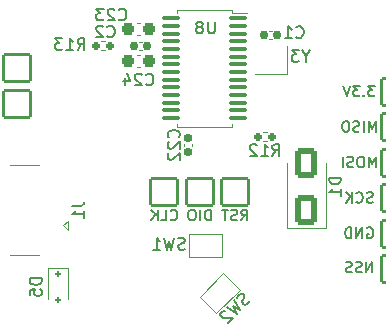
<source format=gbr>
%TF.GenerationSoftware,KiCad,Pcbnew,7.0.6-7.0.6~ubuntu22.04.1*%
%TF.CreationDate,2023-07-18T23:37:18-07:00*%
%TF.ProjectId,NHz_F4_FC,4e487a5f-4634-45f4-9643-2e6b69636164,rev?*%
%TF.SameCoordinates,Original*%
%TF.FileFunction,Legend,Bot*%
%TF.FilePolarity,Positive*%
%FSLAX46Y46*%
G04 Gerber Fmt 4.6, Leading zero omitted, Abs format (unit mm)*
G04 Created by KiCad (PCBNEW 7.0.6-7.0.6~ubuntu22.04.1) date 2023-07-18 23:37:18*
%MOMM*%
%LPD*%
G01*
G04 APERTURE LIST*
G04 Aperture macros list*
%AMRoundRect*
0 Rectangle with rounded corners*
0 $1 Rounding radius*
0 $2 $3 $4 $5 $6 $7 $8 $9 X,Y pos of 4 corners*
0 Add a 4 corners polygon primitive as box body*
4,1,4,$2,$3,$4,$5,$6,$7,$8,$9,$2,$3,0*
0 Add four circle primitives for the rounded corners*
1,1,$1+$1,$2,$3*
1,1,$1+$1,$4,$5*
1,1,$1+$1,$6,$7*
1,1,$1+$1,$8,$9*
0 Add four rect primitives between the rounded corners*
20,1,$1+$1,$2,$3,$4,$5,0*
20,1,$1+$1,$4,$5,$6,$7,0*
20,1,$1+$1,$6,$7,$8,$9,0*
20,1,$1+$1,$8,$9,$2,$3,0*%
%AMRotRect*
0 Rectangle, with rotation*
0 The origin of the aperture is its center*
0 $1 length*
0 $2 width*
0 $3 Rotation angle, in degrees counterclockwise*
0 Add horizontal line*
21,1,$1,$2,0,0,$3*%
%AMFreePoly0*
4,1,9,0.800000,0.650000,0.550000,0.400000,0.550000,0.000000,1.050000,-0.350000,1.050000,-0.800000,-1.050000,-0.800000,-1.050000,0.800000,0.800000,0.800000,0.800000,0.650000,0.800000,0.650000,$1*%
%AMFreePoly1*
4,1,9,1.050000,-0.800000,-1.050000,-0.800000,-1.050000,-0.350000,-0.550000,0.000000,-0.550000,0.400000,-0.800000,0.650000,-0.800000,0.800000,1.050000,0.800000,1.050000,-0.800000,1.050000,-0.800000,$1*%
G04 Aperture macros list end*
%ADD10C,0.150000*%
%ADD11C,0.120000*%
%ADD12C,3.200000*%
%ADD13RoundRect,0.160000X0.197500X0.160000X-0.197500X0.160000X-0.197500X-0.160000X0.197500X-0.160000X0*%
%ADD14RoundRect,0.125000X1.125000X1.125000X-1.125000X1.125000X-1.125000X-1.125000X1.125000X-1.125000X0*%
%ADD15C,0.600000*%
%ADD16R,1.350000X0.400000*%
%ADD17FreePoly0,90.000000*%
%ADD18O,1.700000X1.000000*%
%ADD19R,1.900000X1.900000*%
%ADD20O,1.700000X0.850000*%
%ADD21FreePoly1,90.000000*%
%ADD22RoundRect,0.125000X-0.125000X0.125000X-0.125000X-0.125000X0.125000X-0.125000X0.125000X0.125000X0*%
%ADD23RoundRect,0.155000X-0.212500X-0.155000X0.212500X-0.155000X0.212500X0.155000X-0.212500X0.155000X0*%
%ADD24RoundRect,0.250000X0.650000X-1.000000X0.650000X1.000000X-0.650000X1.000000X-0.650000X-1.000000X0*%
%ADD25RotRect,1.000000X1.500000X45.000000*%
%ADD26RoundRect,0.155000X0.212500X0.155000X-0.212500X0.155000X-0.212500X-0.155000X0.212500X-0.155000X0*%
%ADD27RoundRect,0.237500X0.300000X0.237500X-0.300000X0.237500X-0.300000X-0.237500X0.300000X-0.237500X0*%
%ADD28RoundRect,0.160000X-0.197500X-0.160000X0.197500X-0.160000X0.197500X0.160000X-0.197500X0.160000X0*%
%ADD29R,0.900000X0.800000*%
%ADD30R,1.000000X1.500000*%
%ADD31RoundRect,0.155000X-0.155000X0.212500X-0.155000X-0.212500X0.155000X-0.212500X0.155000X0.212500X0*%
%ADD32RoundRect,0.100000X0.637500X0.100000X-0.637500X0.100000X-0.637500X-0.100000X0.637500X-0.100000X0*%
G04 APERTURE END LIST*
D10*
X144414285Y-45882057D02*
X144414285Y-44982057D01*
X144414285Y-44982057D02*
X144114285Y-45624914D01*
X144114285Y-45624914D02*
X143814285Y-44982057D01*
X143814285Y-44982057D02*
X143814285Y-45882057D01*
X143214285Y-44982057D02*
X143042857Y-44982057D01*
X143042857Y-44982057D02*
X142957142Y-45024914D01*
X142957142Y-45024914D02*
X142871428Y-45110628D01*
X142871428Y-45110628D02*
X142828571Y-45282057D01*
X142828571Y-45282057D02*
X142828571Y-45582057D01*
X142828571Y-45582057D02*
X142871428Y-45753485D01*
X142871428Y-45753485D02*
X142957142Y-45839200D01*
X142957142Y-45839200D02*
X143042857Y-45882057D01*
X143042857Y-45882057D02*
X143214285Y-45882057D01*
X143214285Y-45882057D02*
X143300000Y-45839200D01*
X143300000Y-45839200D02*
X143385714Y-45753485D01*
X143385714Y-45753485D02*
X143428571Y-45582057D01*
X143428571Y-45582057D02*
X143428571Y-45282057D01*
X143428571Y-45282057D02*
X143385714Y-45110628D01*
X143385714Y-45110628D02*
X143300000Y-45024914D01*
X143300000Y-45024914D02*
X143214285Y-44982057D01*
X142485714Y-45839200D02*
X142357143Y-45882057D01*
X142357143Y-45882057D02*
X142142857Y-45882057D01*
X142142857Y-45882057D02*
X142057143Y-45839200D01*
X142057143Y-45839200D02*
X142014285Y-45796342D01*
X142014285Y-45796342D02*
X141971428Y-45710628D01*
X141971428Y-45710628D02*
X141971428Y-45624914D01*
X141971428Y-45624914D02*
X142014285Y-45539200D01*
X142014285Y-45539200D02*
X142057143Y-45496342D01*
X142057143Y-45496342D02*
X142142857Y-45453485D01*
X142142857Y-45453485D02*
X142314285Y-45410628D01*
X142314285Y-45410628D02*
X142400000Y-45367771D01*
X142400000Y-45367771D02*
X142442857Y-45324914D01*
X142442857Y-45324914D02*
X142485714Y-45239200D01*
X142485714Y-45239200D02*
X142485714Y-45153485D01*
X142485714Y-45153485D02*
X142442857Y-45067771D01*
X142442857Y-45067771D02*
X142400000Y-45024914D01*
X142400000Y-45024914D02*
X142314285Y-44982057D01*
X142314285Y-44982057D02*
X142100000Y-44982057D01*
X142100000Y-44982057D02*
X141971428Y-45024914D01*
X141585714Y-45882057D02*
X141585714Y-44982057D01*
X144328571Y-38982057D02*
X143771428Y-38982057D01*
X143771428Y-38982057D02*
X144071428Y-39324914D01*
X144071428Y-39324914D02*
X143942857Y-39324914D01*
X143942857Y-39324914D02*
X143857143Y-39367771D01*
X143857143Y-39367771D02*
X143814285Y-39410628D01*
X143814285Y-39410628D02*
X143771428Y-39496342D01*
X143771428Y-39496342D02*
X143771428Y-39710628D01*
X143771428Y-39710628D02*
X143814285Y-39796342D01*
X143814285Y-39796342D02*
X143857143Y-39839200D01*
X143857143Y-39839200D02*
X143942857Y-39882057D01*
X143942857Y-39882057D02*
X144200000Y-39882057D01*
X144200000Y-39882057D02*
X144285714Y-39839200D01*
X144285714Y-39839200D02*
X144328571Y-39796342D01*
X143385714Y-39796342D02*
X143342857Y-39839200D01*
X143342857Y-39839200D02*
X143385714Y-39882057D01*
X143385714Y-39882057D02*
X143428571Y-39839200D01*
X143428571Y-39839200D02*
X143385714Y-39796342D01*
X143385714Y-39796342D02*
X143385714Y-39882057D01*
X143042857Y-38982057D02*
X142485714Y-38982057D01*
X142485714Y-38982057D02*
X142785714Y-39324914D01*
X142785714Y-39324914D02*
X142657143Y-39324914D01*
X142657143Y-39324914D02*
X142571429Y-39367771D01*
X142571429Y-39367771D02*
X142528571Y-39410628D01*
X142528571Y-39410628D02*
X142485714Y-39496342D01*
X142485714Y-39496342D02*
X142485714Y-39710628D01*
X142485714Y-39710628D02*
X142528571Y-39796342D01*
X142528571Y-39796342D02*
X142571429Y-39839200D01*
X142571429Y-39839200D02*
X142657143Y-39882057D01*
X142657143Y-39882057D02*
X142914286Y-39882057D01*
X142914286Y-39882057D02*
X143000000Y-39839200D01*
X143000000Y-39839200D02*
X143042857Y-39796342D01*
X142228571Y-38982057D02*
X141928571Y-39882057D01*
X141928571Y-39882057D02*
X141628571Y-38982057D01*
X130421428Y-50382057D02*
X130421428Y-49482057D01*
X130421428Y-49482057D02*
X130207142Y-49482057D01*
X130207142Y-49482057D02*
X130078571Y-49524914D01*
X130078571Y-49524914D02*
X129992856Y-49610628D01*
X129992856Y-49610628D02*
X129949999Y-49696342D01*
X129949999Y-49696342D02*
X129907142Y-49867771D01*
X129907142Y-49867771D02*
X129907142Y-49996342D01*
X129907142Y-49996342D02*
X129949999Y-50167771D01*
X129949999Y-50167771D02*
X129992856Y-50253485D01*
X129992856Y-50253485D02*
X130078571Y-50339200D01*
X130078571Y-50339200D02*
X130207142Y-50382057D01*
X130207142Y-50382057D02*
X130421428Y-50382057D01*
X129521428Y-50382057D02*
X129521428Y-49482057D01*
X128921428Y-49482057D02*
X128750000Y-49482057D01*
X128750000Y-49482057D02*
X128664285Y-49524914D01*
X128664285Y-49524914D02*
X128578571Y-49610628D01*
X128578571Y-49610628D02*
X128535714Y-49782057D01*
X128535714Y-49782057D02*
X128535714Y-50082057D01*
X128535714Y-50082057D02*
X128578571Y-50253485D01*
X128578571Y-50253485D02*
X128664285Y-50339200D01*
X128664285Y-50339200D02*
X128750000Y-50382057D01*
X128750000Y-50382057D02*
X128921428Y-50382057D01*
X128921428Y-50382057D02*
X129007143Y-50339200D01*
X129007143Y-50339200D02*
X129092857Y-50253485D01*
X129092857Y-50253485D02*
X129135714Y-50082057D01*
X129135714Y-50082057D02*
X129135714Y-49782057D01*
X129135714Y-49782057D02*
X129092857Y-49610628D01*
X129092857Y-49610628D02*
X129007143Y-49524914D01*
X129007143Y-49524914D02*
X128921428Y-49482057D01*
X132992856Y-50382057D02*
X133292856Y-49953485D01*
X133507142Y-50382057D02*
X133507142Y-49482057D01*
X133507142Y-49482057D02*
X133164285Y-49482057D01*
X133164285Y-49482057D02*
X133078570Y-49524914D01*
X133078570Y-49524914D02*
X133035713Y-49567771D01*
X133035713Y-49567771D02*
X132992856Y-49653485D01*
X132992856Y-49653485D02*
X132992856Y-49782057D01*
X132992856Y-49782057D02*
X133035713Y-49867771D01*
X133035713Y-49867771D02*
X133078570Y-49910628D01*
X133078570Y-49910628D02*
X133164285Y-49953485D01*
X133164285Y-49953485D02*
X133507142Y-49953485D01*
X132649999Y-50339200D02*
X132521428Y-50382057D01*
X132521428Y-50382057D02*
X132307142Y-50382057D01*
X132307142Y-50382057D02*
X132221428Y-50339200D01*
X132221428Y-50339200D02*
X132178570Y-50296342D01*
X132178570Y-50296342D02*
X132135713Y-50210628D01*
X132135713Y-50210628D02*
X132135713Y-50124914D01*
X132135713Y-50124914D02*
X132178570Y-50039200D01*
X132178570Y-50039200D02*
X132221428Y-49996342D01*
X132221428Y-49996342D02*
X132307142Y-49953485D01*
X132307142Y-49953485D02*
X132478570Y-49910628D01*
X132478570Y-49910628D02*
X132564285Y-49867771D01*
X132564285Y-49867771D02*
X132607142Y-49824914D01*
X132607142Y-49824914D02*
X132649999Y-49739200D01*
X132649999Y-49739200D02*
X132649999Y-49653485D01*
X132649999Y-49653485D02*
X132607142Y-49567771D01*
X132607142Y-49567771D02*
X132564285Y-49524914D01*
X132564285Y-49524914D02*
X132478570Y-49482057D01*
X132478570Y-49482057D02*
X132264285Y-49482057D01*
X132264285Y-49482057D02*
X132135713Y-49524914D01*
X131878570Y-49482057D02*
X131364285Y-49482057D01*
X131621427Y-50382057D02*
X131621427Y-49482057D01*
X144157142Y-48839200D02*
X144028571Y-48882057D01*
X144028571Y-48882057D02*
X143814285Y-48882057D01*
X143814285Y-48882057D02*
X143728571Y-48839200D01*
X143728571Y-48839200D02*
X143685713Y-48796342D01*
X143685713Y-48796342D02*
X143642856Y-48710628D01*
X143642856Y-48710628D02*
X143642856Y-48624914D01*
X143642856Y-48624914D02*
X143685713Y-48539200D01*
X143685713Y-48539200D02*
X143728571Y-48496342D01*
X143728571Y-48496342D02*
X143814285Y-48453485D01*
X143814285Y-48453485D02*
X143985713Y-48410628D01*
X143985713Y-48410628D02*
X144071428Y-48367771D01*
X144071428Y-48367771D02*
X144114285Y-48324914D01*
X144114285Y-48324914D02*
X144157142Y-48239200D01*
X144157142Y-48239200D02*
X144157142Y-48153485D01*
X144157142Y-48153485D02*
X144114285Y-48067771D01*
X144114285Y-48067771D02*
X144071428Y-48024914D01*
X144071428Y-48024914D02*
X143985713Y-47982057D01*
X143985713Y-47982057D02*
X143771428Y-47982057D01*
X143771428Y-47982057D02*
X143642856Y-48024914D01*
X142742856Y-48796342D02*
X142785713Y-48839200D01*
X142785713Y-48839200D02*
X142914285Y-48882057D01*
X142914285Y-48882057D02*
X142999999Y-48882057D01*
X142999999Y-48882057D02*
X143128570Y-48839200D01*
X143128570Y-48839200D02*
X143214285Y-48753485D01*
X143214285Y-48753485D02*
X143257142Y-48667771D01*
X143257142Y-48667771D02*
X143299999Y-48496342D01*
X143299999Y-48496342D02*
X143299999Y-48367771D01*
X143299999Y-48367771D02*
X143257142Y-48196342D01*
X143257142Y-48196342D02*
X143214285Y-48110628D01*
X143214285Y-48110628D02*
X143128570Y-48024914D01*
X143128570Y-48024914D02*
X142999999Y-47982057D01*
X142999999Y-47982057D02*
X142914285Y-47982057D01*
X142914285Y-47982057D02*
X142785713Y-48024914D01*
X142785713Y-48024914D02*
X142742856Y-48067771D01*
X142357142Y-48882057D02*
X142357142Y-47982057D01*
X141842856Y-48882057D02*
X142228570Y-48367771D01*
X141842856Y-47982057D02*
X142357142Y-48496342D01*
X144114285Y-54782057D02*
X144114285Y-53882057D01*
X144114285Y-53882057D02*
X143599999Y-54782057D01*
X143599999Y-54782057D02*
X143599999Y-53882057D01*
X143214285Y-54739200D02*
X143085714Y-54782057D01*
X143085714Y-54782057D02*
X142871428Y-54782057D01*
X142871428Y-54782057D02*
X142785714Y-54739200D01*
X142785714Y-54739200D02*
X142742856Y-54696342D01*
X142742856Y-54696342D02*
X142699999Y-54610628D01*
X142699999Y-54610628D02*
X142699999Y-54524914D01*
X142699999Y-54524914D02*
X142742856Y-54439200D01*
X142742856Y-54439200D02*
X142785714Y-54396342D01*
X142785714Y-54396342D02*
X142871428Y-54353485D01*
X142871428Y-54353485D02*
X143042856Y-54310628D01*
X143042856Y-54310628D02*
X143128571Y-54267771D01*
X143128571Y-54267771D02*
X143171428Y-54224914D01*
X143171428Y-54224914D02*
X143214285Y-54139200D01*
X143214285Y-54139200D02*
X143214285Y-54053485D01*
X143214285Y-54053485D02*
X143171428Y-53967771D01*
X143171428Y-53967771D02*
X143128571Y-53924914D01*
X143128571Y-53924914D02*
X143042856Y-53882057D01*
X143042856Y-53882057D02*
X142828571Y-53882057D01*
X142828571Y-53882057D02*
X142699999Y-53924914D01*
X142357142Y-54739200D02*
X142228571Y-54782057D01*
X142228571Y-54782057D02*
X142014285Y-54782057D01*
X142014285Y-54782057D02*
X141928571Y-54739200D01*
X141928571Y-54739200D02*
X141885713Y-54696342D01*
X141885713Y-54696342D02*
X141842856Y-54610628D01*
X141842856Y-54610628D02*
X141842856Y-54524914D01*
X141842856Y-54524914D02*
X141885713Y-54439200D01*
X141885713Y-54439200D02*
X141928571Y-54396342D01*
X141928571Y-54396342D02*
X142014285Y-54353485D01*
X142014285Y-54353485D02*
X142185713Y-54310628D01*
X142185713Y-54310628D02*
X142271428Y-54267771D01*
X142271428Y-54267771D02*
X142314285Y-54224914D01*
X142314285Y-54224914D02*
X142357142Y-54139200D01*
X142357142Y-54139200D02*
X142357142Y-54053485D01*
X142357142Y-54053485D02*
X142314285Y-53967771D01*
X142314285Y-53967771D02*
X142271428Y-53924914D01*
X142271428Y-53924914D02*
X142185713Y-53882057D01*
X142185713Y-53882057D02*
X141971428Y-53882057D01*
X141971428Y-53882057D02*
X141842856Y-53924914D01*
X144414285Y-42882057D02*
X144414285Y-41982057D01*
X144414285Y-41982057D02*
X144114285Y-42624914D01*
X144114285Y-42624914D02*
X143814285Y-41982057D01*
X143814285Y-41982057D02*
X143814285Y-42882057D01*
X143385714Y-42882057D02*
X143385714Y-41982057D01*
X143000000Y-42839200D02*
X142871429Y-42882057D01*
X142871429Y-42882057D02*
X142657143Y-42882057D01*
X142657143Y-42882057D02*
X142571429Y-42839200D01*
X142571429Y-42839200D02*
X142528571Y-42796342D01*
X142528571Y-42796342D02*
X142485714Y-42710628D01*
X142485714Y-42710628D02*
X142485714Y-42624914D01*
X142485714Y-42624914D02*
X142528571Y-42539200D01*
X142528571Y-42539200D02*
X142571429Y-42496342D01*
X142571429Y-42496342D02*
X142657143Y-42453485D01*
X142657143Y-42453485D02*
X142828571Y-42410628D01*
X142828571Y-42410628D02*
X142914286Y-42367771D01*
X142914286Y-42367771D02*
X142957143Y-42324914D01*
X142957143Y-42324914D02*
X143000000Y-42239200D01*
X143000000Y-42239200D02*
X143000000Y-42153485D01*
X143000000Y-42153485D02*
X142957143Y-42067771D01*
X142957143Y-42067771D02*
X142914286Y-42024914D01*
X142914286Y-42024914D02*
X142828571Y-41982057D01*
X142828571Y-41982057D02*
X142614286Y-41982057D01*
X142614286Y-41982057D02*
X142485714Y-42024914D01*
X141928571Y-41982057D02*
X141757143Y-41982057D01*
X141757143Y-41982057D02*
X141671428Y-42024914D01*
X141671428Y-42024914D02*
X141585714Y-42110628D01*
X141585714Y-42110628D02*
X141542857Y-42282057D01*
X141542857Y-42282057D02*
X141542857Y-42582057D01*
X141542857Y-42582057D02*
X141585714Y-42753485D01*
X141585714Y-42753485D02*
X141671428Y-42839200D01*
X141671428Y-42839200D02*
X141757143Y-42882057D01*
X141757143Y-42882057D02*
X141928571Y-42882057D01*
X141928571Y-42882057D02*
X142014286Y-42839200D01*
X142014286Y-42839200D02*
X142100000Y-42753485D01*
X142100000Y-42753485D02*
X142142857Y-42582057D01*
X142142857Y-42582057D02*
X142142857Y-42282057D01*
X142142857Y-42282057D02*
X142100000Y-42110628D01*
X142100000Y-42110628D02*
X142014286Y-42024914D01*
X142014286Y-42024914D02*
X141928571Y-41982057D01*
X127035713Y-50296342D02*
X127078570Y-50339200D01*
X127078570Y-50339200D02*
X127207142Y-50382057D01*
X127207142Y-50382057D02*
X127292856Y-50382057D01*
X127292856Y-50382057D02*
X127421427Y-50339200D01*
X127421427Y-50339200D02*
X127507142Y-50253485D01*
X127507142Y-50253485D02*
X127549999Y-50167771D01*
X127549999Y-50167771D02*
X127592856Y-49996342D01*
X127592856Y-49996342D02*
X127592856Y-49867771D01*
X127592856Y-49867771D02*
X127549999Y-49696342D01*
X127549999Y-49696342D02*
X127507142Y-49610628D01*
X127507142Y-49610628D02*
X127421427Y-49524914D01*
X127421427Y-49524914D02*
X127292856Y-49482057D01*
X127292856Y-49482057D02*
X127207142Y-49482057D01*
X127207142Y-49482057D02*
X127078570Y-49524914D01*
X127078570Y-49524914D02*
X127035713Y-49567771D01*
X126221427Y-50382057D02*
X126649999Y-50382057D01*
X126649999Y-50382057D02*
X126649999Y-49482057D01*
X125921428Y-50382057D02*
X125921428Y-49482057D01*
X125407142Y-50382057D02*
X125792856Y-49867771D01*
X125407142Y-49482057D02*
X125921428Y-49996342D01*
X143685713Y-51024914D02*
X143771428Y-50982057D01*
X143771428Y-50982057D02*
X143899999Y-50982057D01*
X143899999Y-50982057D02*
X144028570Y-51024914D01*
X144028570Y-51024914D02*
X144114285Y-51110628D01*
X144114285Y-51110628D02*
X144157142Y-51196342D01*
X144157142Y-51196342D02*
X144199999Y-51367771D01*
X144199999Y-51367771D02*
X144199999Y-51496342D01*
X144199999Y-51496342D02*
X144157142Y-51667771D01*
X144157142Y-51667771D02*
X144114285Y-51753485D01*
X144114285Y-51753485D02*
X144028570Y-51839200D01*
X144028570Y-51839200D02*
X143899999Y-51882057D01*
X143899999Y-51882057D02*
X143814285Y-51882057D01*
X143814285Y-51882057D02*
X143685713Y-51839200D01*
X143685713Y-51839200D02*
X143642856Y-51796342D01*
X143642856Y-51796342D02*
X143642856Y-51496342D01*
X143642856Y-51496342D02*
X143814285Y-51496342D01*
X143257142Y-51882057D02*
X143257142Y-50982057D01*
X143257142Y-50982057D02*
X142742856Y-51882057D01*
X142742856Y-51882057D02*
X142742856Y-50982057D01*
X142314285Y-51882057D02*
X142314285Y-50982057D01*
X142314285Y-50982057D02*
X142099999Y-50982057D01*
X142099999Y-50982057D02*
X141971428Y-51024914D01*
X141971428Y-51024914D02*
X141885713Y-51110628D01*
X141885713Y-51110628D02*
X141842856Y-51196342D01*
X141842856Y-51196342D02*
X141799999Y-51367771D01*
X141799999Y-51367771D02*
X141799999Y-51496342D01*
X141799999Y-51496342D02*
X141842856Y-51667771D01*
X141842856Y-51667771D02*
X141885713Y-51753485D01*
X141885713Y-51753485D02*
X141971428Y-51839200D01*
X141971428Y-51839200D02*
X142099999Y-51882057D01*
X142099999Y-51882057D02*
X142314285Y-51882057D01*
X119142857Y-35954819D02*
X119476190Y-35478628D01*
X119714285Y-35954819D02*
X119714285Y-34954819D01*
X119714285Y-34954819D02*
X119333333Y-34954819D01*
X119333333Y-34954819D02*
X119238095Y-35002438D01*
X119238095Y-35002438D02*
X119190476Y-35050057D01*
X119190476Y-35050057D02*
X119142857Y-35145295D01*
X119142857Y-35145295D02*
X119142857Y-35288152D01*
X119142857Y-35288152D02*
X119190476Y-35383390D01*
X119190476Y-35383390D02*
X119238095Y-35431009D01*
X119238095Y-35431009D02*
X119333333Y-35478628D01*
X119333333Y-35478628D02*
X119714285Y-35478628D01*
X118190476Y-35954819D02*
X118761904Y-35954819D01*
X118476190Y-35954819D02*
X118476190Y-34954819D01*
X118476190Y-34954819D02*
X118571428Y-35097676D01*
X118571428Y-35097676D02*
X118666666Y-35192914D01*
X118666666Y-35192914D02*
X118761904Y-35240533D01*
X117857142Y-34954819D02*
X117238095Y-34954819D01*
X117238095Y-34954819D02*
X117571428Y-35335771D01*
X117571428Y-35335771D02*
X117428571Y-35335771D01*
X117428571Y-35335771D02*
X117333333Y-35383390D01*
X117333333Y-35383390D02*
X117285714Y-35431009D01*
X117285714Y-35431009D02*
X117238095Y-35526247D01*
X117238095Y-35526247D02*
X117238095Y-35764342D01*
X117238095Y-35764342D02*
X117285714Y-35859580D01*
X117285714Y-35859580D02*
X117333333Y-35907200D01*
X117333333Y-35907200D02*
X117428571Y-35954819D01*
X117428571Y-35954819D02*
X117714285Y-35954819D01*
X117714285Y-35954819D02*
X117809523Y-35907200D01*
X117809523Y-35907200D02*
X117857142Y-35859580D01*
X118704819Y-49166666D02*
X119419104Y-49166666D01*
X119419104Y-49166666D02*
X119561961Y-49119047D01*
X119561961Y-49119047D02*
X119657200Y-49023809D01*
X119657200Y-49023809D02*
X119704819Y-48880952D01*
X119704819Y-48880952D02*
X119704819Y-48785714D01*
X119704819Y-50166666D02*
X119704819Y-49595238D01*
X119704819Y-49880952D02*
X118704819Y-49880952D01*
X118704819Y-49880952D02*
X118847676Y-49785714D01*
X118847676Y-49785714D02*
X118942914Y-49690476D01*
X118942914Y-49690476D02*
X118990533Y-49595238D01*
X116104819Y-55261905D02*
X115104819Y-55261905D01*
X115104819Y-55261905D02*
X115104819Y-55500000D01*
X115104819Y-55500000D02*
X115152438Y-55642857D01*
X115152438Y-55642857D02*
X115247676Y-55738095D01*
X115247676Y-55738095D02*
X115342914Y-55785714D01*
X115342914Y-55785714D02*
X115533390Y-55833333D01*
X115533390Y-55833333D02*
X115676247Y-55833333D01*
X115676247Y-55833333D02*
X115866723Y-55785714D01*
X115866723Y-55785714D02*
X115961961Y-55738095D01*
X115961961Y-55738095D02*
X116057200Y-55642857D01*
X116057200Y-55642857D02*
X116104819Y-55500000D01*
X116104819Y-55500000D02*
X116104819Y-55261905D01*
X115104819Y-56738095D02*
X115104819Y-56261905D01*
X115104819Y-56261905D02*
X115581009Y-56214286D01*
X115581009Y-56214286D02*
X115533390Y-56261905D01*
X115533390Y-56261905D02*
X115485771Y-56357143D01*
X115485771Y-56357143D02*
X115485771Y-56595238D01*
X115485771Y-56595238D02*
X115533390Y-56690476D01*
X115533390Y-56690476D02*
X115581009Y-56738095D01*
X115581009Y-56738095D02*
X115676247Y-56785714D01*
X115676247Y-56785714D02*
X115914342Y-56785714D01*
X115914342Y-56785714D02*
X116009580Y-56738095D01*
X116009580Y-56738095D02*
X116057200Y-56690476D01*
X116057200Y-56690476D02*
X116104819Y-56595238D01*
X116104819Y-56595238D02*
X116104819Y-56357143D01*
X116104819Y-56357143D02*
X116057200Y-56261905D01*
X116057200Y-56261905D02*
X116009580Y-56214286D01*
X137666666Y-34859580D02*
X137714285Y-34907200D01*
X137714285Y-34907200D02*
X137857142Y-34954819D01*
X137857142Y-34954819D02*
X137952380Y-34954819D01*
X137952380Y-34954819D02*
X138095237Y-34907200D01*
X138095237Y-34907200D02*
X138190475Y-34811961D01*
X138190475Y-34811961D02*
X138238094Y-34716723D01*
X138238094Y-34716723D02*
X138285713Y-34526247D01*
X138285713Y-34526247D02*
X138285713Y-34383390D01*
X138285713Y-34383390D02*
X138238094Y-34192914D01*
X138238094Y-34192914D02*
X138190475Y-34097676D01*
X138190475Y-34097676D02*
X138095237Y-34002438D01*
X138095237Y-34002438D02*
X137952380Y-33954819D01*
X137952380Y-33954819D02*
X137857142Y-33954819D01*
X137857142Y-33954819D02*
X137714285Y-34002438D01*
X137714285Y-34002438D02*
X137666666Y-34050057D01*
X136714285Y-34954819D02*
X137285713Y-34954819D01*
X136999999Y-34954819D02*
X136999999Y-33954819D01*
X136999999Y-33954819D02*
X137095237Y-34097676D01*
X137095237Y-34097676D02*
X137190475Y-34192914D01*
X137190475Y-34192914D02*
X137285713Y-34240533D01*
X141454819Y-46761905D02*
X140454819Y-46761905D01*
X140454819Y-46761905D02*
X140454819Y-47000000D01*
X140454819Y-47000000D02*
X140502438Y-47142857D01*
X140502438Y-47142857D02*
X140597676Y-47238095D01*
X140597676Y-47238095D02*
X140692914Y-47285714D01*
X140692914Y-47285714D02*
X140883390Y-47333333D01*
X140883390Y-47333333D02*
X141026247Y-47333333D01*
X141026247Y-47333333D02*
X141216723Y-47285714D01*
X141216723Y-47285714D02*
X141311961Y-47238095D01*
X141311961Y-47238095D02*
X141407200Y-47142857D01*
X141407200Y-47142857D02*
X141454819Y-47000000D01*
X141454819Y-47000000D02*
X141454819Y-46761905D01*
X141454819Y-48285714D02*
X141454819Y-47714286D01*
X141454819Y-48000000D02*
X140454819Y-48000000D01*
X140454819Y-48000000D02*
X140597676Y-47904762D01*
X140597676Y-47904762D02*
X140692914Y-47809524D01*
X140692914Y-47809524D02*
X140740533Y-47714286D01*
X133695582Y-57169081D02*
X133628239Y-57303768D01*
X133628239Y-57303768D02*
X133459880Y-57472126D01*
X133459880Y-57472126D02*
X133358865Y-57505798D01*
X133358865Y-57505798D02*
X133291521Y-57505798D01*
X133291521Y-57505798D02*
X133190506Y-57472126D01*
X133190506Y-57472126D02*
X133123162Y-57404783D01*
X133123162Y-57404783D02*
X133089491Y-57303768D01*
X133089491Y-57303768D02*
X133089491Y-57236424D01*
X133089491Y-57236424D02*
X133123162Y-57135409D01*
X133123162Y-57135409D02*
X133224178Y-56967050D01*
X133224178Y-56967050D02*
X133257849Y-56866035D01*
X133257849Y-56866035D02*
X133257849Y-56798691D01*
X133257849Y-56798691D02*
X133224178Y-56697676D01*
X133224178Y-56697676D02*
X133156834Y-56630333D01*
X133156834Y-56630333D02*
X133055819Y-56596661D01*
X133055819Y-56596661D02*
X132988475Y-56596661D01*
X132988475Y-56596661D02*
X132887460Y-56630333D01*
X132887460Y-56630333D02*
X132719101Y-56798691D01*
X132719101Y-56798691D02*
X132651758Y-56933378D01*
X132382384Y-57135409D02*
X132921132Y-58010875D01*
X132921132Y-58010875D02*
X132281368Y-57640485D01*
X132281368Y-57640485D02*
X132651758Y-58280249D01*
X132651758Y-58280249D02*
X131776292Y-57741501D01*
X131607934Y-58044546D02*
X131540590Y-58044546D01*
X131540590Y-58044546D02*
X131439575Y-58078218D01*
X131439575Y-58078218D02*
X131271216Y-58246577D01*
X131271216Y-58246577D02*
X131237544Y-58347592D01*
X131237544Y-58347592D02*
X131237544Y-58414935D01*
X131237544Y-58414935D02*
X131271216Y-58515951D01*
X131271216Y-58515951D02*
X131338560Y-58583294D01*
X131338560Y-58583294D02*
X131473247Y-58650638D01*
X131473247Y-58650638D02*
X132281369Y-58650638D01*
X132281369Y-58650638D02*
X131843636Y-59088370D01*
X121666666Y-34799580D02*
X121714285Y-34847200D01*
X121714285Y-34847200D02*
X121857142Y-34894819D01*
X121857142Y-34894819D02*
X121952380Y-34894819D01*
X121952380Y-34894819D02*
X122095237Y-34847200D01*
X122095237Y-34847200D02*
X122190475Y-34751961D01*
X122190475Y-34751961D02*
X122238094Y-34656723D01*
X122238094Y-34656723D02*
X122285713Y-34466247D01*
X122285713Y-34466247D02*
X122285713Y-34323390D01*
X122285713Y-34323390D02*
X122238094Y-34132914D01*
X122238094Y-34132914D02*
X122190475Y-34037676D01*
X122190475Y-34037676D02*
X122095237Y-33942438D01*
X122095237Y-33942438D02*
X121952380Y-33894819D01*
X121952380Y-33894819D02*
X121857142Y-33894819D01*
X121857142Y-33894819D02*
X121714285Y-33942438D01*
X121714285Y-33942438D02*
X121666666Y-33990057D01*
X121285713Y-33990057D02*
X121238094Y-33942438D01*
X121238094Y-33942438D02*
X121142856Y-33894819D01*
X121142856Y-33894819D02*
X120904761Y-33894819D01*
X120904761Y-33894819D02*
X120809523Y-33942438D01*
X120809523Y-33942438D02*
X120761904Y-33990057D01*
X120761904Y-33990057D02*
X120714285Y-34085295D01*
X120714285Y-34085295D02*
X120714285Y-34180533D01*
X120714285Y-34180533D02*
X120761904Y-34323390D01*
X120761904Y-34323390D02*
X121333332Y-34894819D01*
X121333332Y-34894819D02*
X120714285Y-34894819D01*
X122642857Y-33359580D02*
X122690476Y-33407200D01*
X122690476Y-33407200D02*
X122833333Y-33454819D01*
X122833333Y-33454819D02*
X122928571Y-33454819D01*
X122928571Y-33454819D02*
X123071428Y-33407200D01*
X123071428Y-33407200D02*
X123166666Y-33311961D01*
X123166666Y-33311961D02*
X123214285Y-33216723D01*
X123214285Y-33216723D02*
X123261904Y-33026247D01*
X123261904Y-33026247D02*
X123261904Y-32883390D01*
X123261904Y-32883390D02*
X123214285Y-32692914D01*
X123214285Y-32692914D02*
X123166666Y-32597676D01*
X123166666Y-32597676D02*
X123071428Y-32502438D01*
X123071428Y-32502438D02*
X122928571Y-32454819D01*
X122928571Y-32454819D02*
X122833333Y-32454819D01*
X122833333Y-32454819D02*
X122690476Y-32502438D01*
X122690476Y-32502438D02*
X122642857Y-32550057D01*
X122261904Y-32550057D02*
X122214285Y-32502438D01*
X122214285Y-32502438D02*
X122119047Y-32454819D01*
X122119047Y-32454819D02*
X121880952Y-32454819D01*
X121880952Y-32454819D02*
X121785714Y-32502438D01*
X121785714Y-32502438D02*
X121738095Y-32550057D01*
X121738095Y-32550057D02*
X121690476Y-32645295D01*
X121690476Y-32645295D02*
X121690476Y-32740533D01*
X121690476Y-32740533D02*
X121738095Y-32883390D01*
X121738095Y-32883390D02*
X122309523Y-33454819D01*
X122309523Y-33454819D02*
X121690476Y-33454819D01*
X121357142Y-32454819D02*
X120738095Y-32454819D01*
X120738095Y-32454819D02*
X121071428Y-32835771D01*
X121071428Y-32835771D02*
X120928571Y-32835771D01*
X120928571Y-32835771D02*
X120833333Y-32883390D01*
X120833333Y-32883390D02*
X120785714Y-32931009D01*
X120785714Y-32931009D02*
X120738095Y-33026247D01*
X120738095Y-33026247D02*
X120738095Y-33264342D01*
X120738095Y-33264342D02*
X120785714Y-33359580D01*
X120785714Y-33359580D02*
X120833333Y-33407200D01*
X120833333Y-33407200D02*
X120928571Y-33454819D01*
X120928571Y-33454819D02*
X121214285Y-33454819D01*
X121214285Y-33454819D02*
X121309523Y-33407200D01*
X121309523Y-33407200D02*
X121357142Y-33359580D01*
X135642857Y-44924819D02*
X135976190Y-44448628D01*
X136214285Y-44924819D02*
X136214285Y-43924819D01*
X136214285Y-43924819D02*
X135833333Y-43924819D01*
X135833333Y-43924819D02*
X135738095Y-43972438D01*
X135738095Y-43972438D02*
X135690476Y-44020057D01*
X135690476Y-44020057D02*
X135642857Y-44115295D01*
X135642857Y-44115295D02*
X135642857Y-44258152D01*
X135642857Y-44258152D02*
X135690476Y-44353390D01*
X135690476Y-44353390D02*
X135738095Y-44401009D01*
X135738095Y-44401009D02*
X135833333Y-44448628D01*
X135833333Y-44448628D02*
X136214285Y-44448628D01*
X134690476Y-44924819D02*
X135261904Y-44924819D01*
X134976190Y-44924819D02*
X134976190Y-43924819D01*
X134976190Y-43924819D02*
X135071428Y-44067676D01*
X135071428Y-44067676D02*
X135166666Y-44162914D01*
X135166666Y-44162914D02*
X135261904Y-44210533D01*
X134309523Y-44020057D02*
X134261904Y-43972438D01*
X134261904Y-43972438D02*
X134166666Y-43924819D01*
X134166666Y-43924819D02*
X133928571Y-43924819D01*
X133928571Y-43924819D02*
X133833333Y-43972438D01*
X133833333Y-43972438D02*
X133785714Y-44020057D01*
X133785714Y-44020057D02*
X133738095Y-44115295D01*
X133738095Y-44115295D02*
X133738095Y-44210533D01*
X133738095Y-44210533D02*
X133785714Y-44353390D01*
X133785714Y-44353390D02*
X134357142Y-44924819D01*
X134357142Y-44924819D02*
X133738095Y-44924819D01*
X124942857Y-38859580D02*
X124990476Y-38907200D01*
X124990476Y-38907200D02*
X125133333Y-38954819D01*
X125133333Y-38954819D02*
X125228571Y-38954819D01*
X125228571Y-38954819D02*
X125371428Y-38907200D01*
X125371428Y-38907200D02*
X125466666Y-38811961D01*
X125466666Y-38811961D02*
X125514285Y-38716723D01*
X125514285Y-38716723D02*
X125561904Y-38526247D01*
X125561904Y-38526247D02*
X125561904Y-38383390D01*
X125561904Y-38383390D02*
X125514285Y-38192914D01*
X125514285Y-38192914D02*
X125466666Y-38097676D01*
X125466666Y-38097676D02*
X125371428Y-38002438D01*
X125371428Y-38002438D02*
X125228571Y-37954819D01*
X125228571Y-37954819D02*
X125133333Y-37954819D01*
X125133333Y-37954819D02*
X124990476Y-38002438D01*
X124990476Y-38002438D02*
X124942857Y-38050057D01*
X124561904Y-38050057D02*
X124514285Y-38002438D01*
X124514285Y-38002438D02*
X124419047Y-37954819D01*
X124419047Y-37954819D02*
X124180952Y-37954819D01*
X124180952Y-37954819D02*
X124085714Y-38002438D01*
X124085714Y-38002438D02*
X124038095Y-38050057D01*
X124038095Y-38050057D02*
X123990476Y-38145295D01*
X123990476Y-38145295D02*
X123990476Y-38240533D01*
X123990476Y-38240533D02*
X124038095Y-38383390D01*
X124038095Y-38383390D02*
X124609523Y-38954819D01*
X124609523Y-38954819D02*
X123990476Y-38954819D01*
X123133333Y-38288152D02*
X123133333Y-38954819D01*
X123371428Y-37907200D02*
X123609523Y-38621485D01*
X123609523Y-38621485D02*
X122990476Y-38621485D01*
X138476190Y-36478628D02*
X138476190Y-36954819D01*
X138809523Y-35954819D02*
X138476190Y-36478628D01*
X138476190Y-36478628D02*
X138142857Y-35954819D01*
X137904761Y-35954819D02*
X137285714Y-35954819D01*
X137285714Y-35954819D02*
X137619047Y-36335771D01*
X137619047Y-36335771D02*
X137476190Y-36335771D01*
X137476190Y-36335771D02*
X137380952Y-36383390D01*
X137380952Y-36383390D02*
X137333333Y-36431009D01*
X137333333Y-36431009D02*
X137285714Y-36526247D01*
X137285714Y-36526247D02*
X137285714Y-36764342D01*
X137285714Y-36764342D02*
X137333333Y-36859580D01*
X137333333Y-36859580D02*
X137380952Y-36907200D01*
X137380952Y-36907200D02*
X137476190Y-36954819D01*
X137476190Y-36954819D02*
X137761904Y-36954819D01*
X137761904Y-36954819D02*
X137857142Y-36907200D01*
X137857142Y-36907200D02*
X137904761Y-36859580D01*
X128233332Y-52807200D02*
X128090475Y-52854819D01*
X128090475Y-52854819D02*
X127852380Y-52854819D01*
X127852380Y-52854819D02*
X127757142Y-52807200D01*
X127757142Y-52807200D02*
X127709523Y-52759580D01*
X127709523Y-52759580D02*
X127661904Y-52664342D01*
X127661904Y-52664342D02*
X127661904Y-52569104D01*
X127661904Y-52569104D02*
X127709523Y-52473866D01*
X127709523Y-52473866D02*
X127757142Y-52426247D01*
X127757142Y-52426247D02*
X127852380Y-52378628D01*
X127852380Y-52378628D02*
X128042856Y-52331009D01*
X128042856Y-52331009D02*
X128138094Y-52283390D01*
X128138094Y-52283390D02*
X128185713Y-52235771D01*
X128185713Y-52235771D02*
X128233332Y-52140533D01*
X128233332Y-52140533D02*
X128233332Y-52045295D01*
X128233332Y-52045295D02*
X128185713Y-51950057D01*
X128185713Y-51950057D02*
X128138094Y-51902438D01*
X128138094Y-51902438D02*
X128042856Y-51854819D01*
X128042856Y-51854819D02*
X127804761Y-51854819D01*
X127804761Y-51854819D02*
X127661904Y-51902438D01*
X127328570Y-51854819D02*
X127090475Y-52854819D01*
X127090475Y-52854819D02*
X126899999Y-52140533D01*
X126899999Y-52140533D02*
X126709523Y-52854819D01*
X126709523Y-52854819D02*
X126471428Y-51854819D01*
X125566666Y-52854819D02*
X126138094Y-52854819D01*
X125852380Y-52854819D02*
X125852380Y-51854819D01*
X125852380Y-51854819D02*
X125947618Y-51997676D01*
X125947618Y-51997676D02*
X126042856Y-52092914D01*
X126042856Y-52092914D02*
X126138094Y-52140533D01*
X127699580Y-43357142D02*
X127747200Y-43309523D01*
X127747200Y-43309523D02*
X127794819Y-43166666D01*
X127794819Y-43166666D02*
X127794819Y-43071428D01*
X127794819Y-43071428D02*
X127747200Y-42928571D01*
X127747200Y-42928571D02*
X127651961Y-42833333D01*
X127651961Y-42833333D02*
X127556723Y-42785714D01*
X127556723Y-42785714D02*
X127366247Y-42738095D01*
X127366247Y-42738095D02*
X127223390Y-42738095D01*
X127223390Y-42738095D02*
X127032914Y-42785714D01*
X127032914Y-42785714D02*
X126937676Y-42833333D01*
X126937676Y-42833333D02*
X126842438Y-42928571D01*
X126842438Y-42928571D02*
X126794819Y-43071428D01*
X126794819Y-43071428D02*
X126794819Y-43166666D01*
X126794819Y-43166666D02*
X126842438Y-43309523D01*
X126842438Y-43309523D02*
X126890057Y-43357142D01*
X126890057Y-43738095D02*
X126842438Y-43785714D01*
X126842438Y-43785714D02*
X126794819Y-43880952D01*
X126794819Y-43880952D02*
X126794819Y-44119047D01*
X126794819Y-44119047D02*
X126842438Y-44214285D01*
X126842438Y-44214285D02*
X126890057Y-44261904D01*
X126890057Y-44261904D02*
X126985295Y-44309523D01*
X126985295Y-44309523D02*
X127080533Y-44309523D01*
X127080533Y-44309523D02*
X127223390Y-44261904D01*
X127223390Y-44261904D02*
X127794819Y-43690476D01*
X127794819Y-43690476D02*
X127794819Y-44309523D01*
X126890057Y-44690476D02*
X126842438Y-44738095D01*
X126842438Y-44738095D02*
X126794819Y-44833333D01*
X126794819Y-44833333D02*
X126794819Y-45071428D01*
X126794819Y-45071428D02*
X126842438Y-45166666D01*
X126842438Y-45166666D02*
X126890057Y-45214285D01*
X126890057Y-45214285D02*
X126985295Y-45261904D01*
X126985295Y-45261904D02*
X127080533Y-45261904D01*
X127080533Y-45261904D02*
X127223390Y-45214285D01*
X127223390Y-45214285D02*
X127794819Y-44642857D01*
X127794819Y-44642857D02*
X127794819Y-45261904D01*
X130761904Y-33554819D02*
X130761904Y-34364342D01*
X130761904Y-34364342D02*
X130714285Y-34459580D01*
X130714285Y-34459580D02*
X130666666Y-34507200D01*
X130666666Y-34507200D02*
X130571428Y-34554819D01*
X130571428Y-34554819D02*
X130380952Y-34554819D01*
X130380952Y-34554819D02*
X130285714Y-34507200D01*
X130285714Y-34507200D02*
X130238095Y-34459580D01*
X130238095Y-34459580D02*
X130190476Y-34364342D01*
X130190476Y-34364342D02*
X130190476Y-33554819D01*
X129571428Y-33983390D02*
X129666666Y-33935771D01*
X129666666Y-33935771D02*
X129714285Y-33888152D01*
X129714285Y-33888152D02*
X129761904Y-33792914D01*
X129761904Y-33792914D02*
X129761904Y-33745295D01*
X129761904Y-33745295D02*
X129714285Y-33650057D01*
X129714285Y-33650057D02*
X129666666Y-33602438D01*
X129666666Y-33602438D02*
X129571428Y-33554819D01*
X129571428Y-33554819D02*
X129380952Y-33554819D01*
X129380952Y-33554819D02*
X129285714Y-33602438D01*
X129285714Y-33602438D02*
X129238095Y-33650057D01*
X129238095Y-33650057D02*
X129190476Y-33745295D01*
X129190476Y-33745295D02*
X129190476Y-33792914D01*
X129190476Y-33792914D02*
X129238095Y-33888152D01*
X129238095Y-33888152D02*
X129285714Y-33935771D01*
X129285714Y-33935771D02*
X129380952Y-33983390D01*
X129380952Y-33983390D02*
X129571428Y-33983390D01*
X129571428Y-33983390D02*
X129666666Y-34031009D01*
X129666666Y-34031009D02*
X129714285Y-34078628D01*
X129714285Y-34078628D02*
X129761904Y-34173866D01*
X129761904Y-34173866D02*
X129761904Y-34364342D01*
X129761904Y-34364342D02*
X129714285Y-34459580D01*
X129714285Y-34459580D02*
X129666666Y-34507200D01*
X129666666Y-34507200D02*
X129571428Y-34554819D01*
X129571428Y-34554819D02*
X129380952Y-34554819D01*
X129380952Y-34554819D02*
X129285714Y-34507200D01*
X129285714Y-34507200D02*
X129238095Y-34459580D01*
X129238095Y-34459580D02*
X129190476Y-34364342D01*
X129190476Y-34364342D02*
X129190476Y-34173866D01*
X129190476Y-34173866D02*
X129238095Y-34078628D01*
X129238095Y-34078628D02*
X129285714Y-34031009D01*
X129285714Y-34031009D02*
X129380952Y-33983390D01*
D11*
%TO.C,R13*%
X121467621Y-35980000D02*
X121132379Y-35980000D01*
X121467621Y-35220000D02*
X121132379Y-35220000D01*
%TO.C,J1*%
X115910000Y-53345000D02*
X113420000Y-53345000D01*
X118350000Y-51200000D02*
X118350000Y-50400000D01*
X117900000Y-50800000D02*
X118350000Y-51200000D01*
X118350000Y-50400000D02*
X117900000Y-50800000D01*
X115910000Y-45655000D02*
X113420000Y-45655000D01*
%TO.C,D5*%
X118350000Y-54390000D02*
X118350000Y-57050000D01*
X116650000Y-54390000D02*
X118350000Y-54390000D01*
X116650000Y-54390000D02*
X116650000Y-57050000D01*
%TO.C,C1*%
X135384165Y-34340000D02*
X135615835Y-34340000D01*
X135384165Y-35060000D02*
X135615835Y-35060000D01*
%TO.C,D1*%
X136850000Y-51010000D02*
X136850000Y-45500000D01*
X140150000Y-51010000D02*
X136850000Y-51010000D01*
X140150000Y-51010000D02*
X140150000Y-45500000D01*
%TO.C,SW2*%
X129494992Y-56834007D02*
X130909205Y-58248220D01*
X130909205Y-58248220D02*
X132889104Y-56268321D01*
X131474891Y-54854108D02*
X129494992Y-56834007D01*
X132889104Y-56268321D02*
X131474891Y-54854108D01*
%TO.C,C2*%
X124615835Y-35960000D02*
X124384165Y-35960000D01*
X124615835Y-35240000D02*
X124384165Y-35240000D01*
%TO.C,C23*%
X124446267Y-34710000D02*
X124153733Y-34710000D01*
X124446267Y-33690000D02*
X124153733Y-33690000D01*
%TO.C,R12*%
X134832379Y-42920000D02*
X135167621Y-42920000D01*
X134832379Y-43680000D02*
X135167621Y-43680000D01*
%TO.C,C24*%
X124446267Y-37410000D02*
X124153733Y-37410000D01*
X124446267Y-36390000D02*
X124153733Y-36390000D01*
%TO.C,Y3*%
X136850000Y-37950000D02*
X134150000Y-37950000D01*
X136850000Y-35650000D02*
X136850000Y-37950000D01*
%TO.C,SW1*%
X131400000Y-53500000D02*
X131400000Y-51500000D01*
X131400000Y-51500000D02*
X128600000Y-51500000D01*
X128600000Y-53500000D02*
X131400000Y-53500000D01*
X128600000Y-51500000D02*
X128600000Y-53500000D01*
%TO.C,C22*%
X128860000Y-43884165D02*
X128860000Y-44115835D01*
X128140000Y-43884165D02*
X128140000Y-44115835D01*
%TO.C,U8*%
X132210000Y-42460000D02*
X132210000Y-42185000D01*
X132210000Y-32815000D02*
X133500000Y-32815000D01*
X132210000Y-32540000D02*
X132210000Y-32815000D01*
X129900000Y-42460000D02*
X132210000Y-42460000D01*
X129900000Y-42460000D02*
X127590000Y-42460000D01*
X129900000Y-32540000D02*
X132210000Y-32540000D01*
X129900000Y-32540000D02*
X127590000Y-32540000D01*
X127590000Y-42460000D02*
X127590000Y-42185000D01*
X127590000Y-32540000D02*
X127590000Y-32815000D01*
%TD*%
%LPC*%
D12*
%TO.C,H2*%
X140000000Y-40000000D03*
%TD*%
%TO.C,H4*%
X120000000Y-60000000D03*
%TD*%
%TO.C,H1*%
X120000000Y-40000000D03*
%TD*%
%TO.C,H3*%
X140000000Y-60000000D03*
%TD*%
D13*
%TO.C,R13*%
X121897500Y-35600000D03*
X120702500Y-35600000D03*
%TD*%
D14*
%TO.C,TP30*%
X129500000Y-48000000D03*
%TD*%
%TO.C,TP5*%
X146000000Y-48500000D03*
%TD*%
D15*
%TO.C,J1*%
X116710000Y-51500000D03*
X116710000Y-47500000D03*
D16*
X117035000Y-50800000D03*
X117035000Y-50150000D03*
X117035000Y-49500000D03*
X117035000Y-48850000D03*
X117035000Y-48200000D03*
D17*
X116910000Y-52600000D03*
D18*
X114360000Y-52325000D03*
D19*
X114360000Y-50700000D03*
X114360000Y-48300000D03*
D20*
X114360000Y-46675000D03*
D21*
X116910000Y-46400000D03*
%TD*%
D22*
%TO.C,D5*%
X117500000Y-54900000D03*
X117500000Y-57100000D03*
%TD*%
D14*
%TO.C,TP4*%
X146000000Y-42500000D03*
%TD*%
%TO.C,TP6*%
X146000000Y-54500000D03*
%TD*%
%TO.C,TP3*%
X146000000Y-45500000D03*
%TD*%
D23*
%TO.C,C1*%
X134932500Y-34700000D03*
X136067500Y-34700000D03*
%TD*%
D14*
%TO.C,TP25*%
X132500000Y-48000000D03*
%TD*%
D24*
%TO.C,D1*%
X138500000Y-49500000D03*
X138500000Y-45500000D03*
%TD*%
D14*
%TO.C,TP32*%
X114000000Y-37500000D03*
%TD*%
D25*
%TO.C,SW2*%
X130732429Y-57010783D03*
X131651667Y-56091545D03*
%TD*%
D26*
%TO.C,C2*%
X125067500Y-35600000D03*
X123932500Y-35600000D03*
%TD*%
D14*
%TO.C,TP29*%
X126500000Y-48000000D03*
%TD*%
%TO.C,TP18*%
X146000000Y-39500000D03*
%TD*%
D27*
%TO.C,C23*%
X125162500Y-34200000D03*
X123437500Y-34200000D03*
%TD*%
D28*
%TO.C,R12*%
X134402500Y-43300000D03*
X135597500Y-43300000D03*
%TD*%
D27*
%TO.C,C24*%
X125162500Y-36900000D03*
X123437500Y-36900000D03*
%TD*%
D29*
%TO.C,Y3*%
X136200000Y-37350000D03*
X134800000Y-37350000D03*
X134800000Y-36250000D03*
X136200000Y-36250000D03*
%TD*%
D30*
%TO.C,SW1*%
X130650000Y-52500000D03*
X129350000Y-52500000D03*
%TD*%
D14*
%TO.C,TP31*%
X114000000Y-40500000D03*
%TD*%
D31*
%TO.C,C22*%
X128500000Y-43432500D03*
X128500000Y-44567500D03*
%TD*%
D14*
%TO.C,TP22*%
X146000000Y-51500000D03*
%TD*%
D32*
%TO.C,U8*%
X132762500Y-33275000D03*
X132762500Y-33925000D03*
X132762500Y-34575000D03*
X132762500Y-35225000D03*
X132762500Y-35875000D03*
X132762500Y-36525000D03*
X132762500Y-37175000D03*
X132762500Y-37825000D03*
X132762500Y-38475000D03*
X132762500Y-39125000D03*
X132762500Y-39775000D03*
X132762500Y-40425000D03*
X132762500Y-41075000D03*
X132762500Y-41725000D03*
X127037500Y-41725000D03*
X127037500Y-41075000D03*
X127037500Y-40425000D03*
X127037500Y-39775000D03*
X127037500Y-39125000D03*
X127037500Y-38475000D03*
X127037500Y-37825000D03*
X127037500Y-37175000D03*
X127037500Y-36525000D03*
X127037500Y-35875000D03*
X127037500Y-35225000D03*
X127037500Y-34575000D03*
X127037500Y-33925000D03*
X127037500Y-33275000D03*
%TD*%
%LPD*%
M02*

</source>
